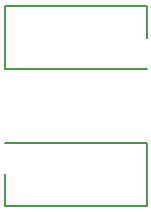
<source format=gbo>
%TF.GenerationSoftware,KiCad,Pcbnew,(5.1.10)-1*%
%TF.CreationDate,2021-09-16T22:13:13+09:00*%
%TF.ProjectId,EXTERNAL_LED_BOARD,45585445-524e-4414-9c5f-4c45445f424f,rev?*%
%TF.SameCoordinates,Original*%
%TF.FileFunction,Legend,Bot*%
%TF.FilePolarity,Positive*%
%FSLAX46Y46*%
G04 Gerber Fmt 4.6, Leading zero omitted, Abs format (unit mm)*
G04 Created by KiCad (PCBNEW (5.1.10)-1) date 2021-09-16 22:13:13*
%MOMM*%
%LPD*%
G01*
G04 APERTURE LIST*
%ADD10C,0.200000*%
G04 APERTURE END LIST*
D10*
%TO.C,J2*%
X140620000Y-95931500D02*
X128620000Y-95931500D01*
X128620000Y-95931500D02*
X128620000Y-90631500D01*
X128620000Y-90631500D02*
X140620000Y-90631500D01*
X140620000Y-90631500D02*
X140620000Y-93281500D01*
%TO.C,J1*%
X128620000Y-102213900D02*
X140620000Y-102213900D01*
X140620000Y-102213900D02*
X140620000Y-107513900D01*
X140620000Y-107513900D02*
X128620000Y-107513900D01*
X128620000Y-107513900D02*
X128620000Y-104863900D01*
%TD*%
M02*

</source>
